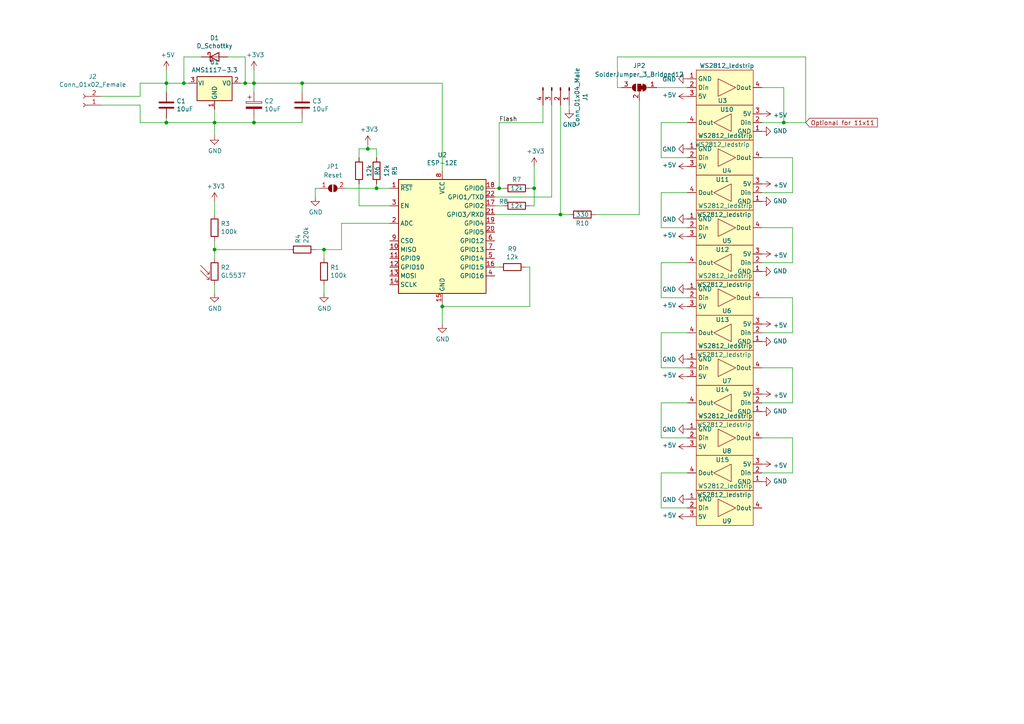
<source format=kicad_sch>
(kicad_sch (version 20211123) (generator eeschema)
  (paper "A4")
  (lib_symbols
    (symbol "Connector:Conn_01x02_Female" (pin_names (offset 1.016) hide)
      (property "Reference" "J" (at 0 2.54 0))
      (property "Value" "Conn_01x02_Female" (at 0 -5.08 0))
      (symbol "Conn_01x02_Female_1_1"
        (arc (start 0 -2.032) (mid -0.508 -2.54) (end 0 -3.048) (stroke (width 0.1524)))
        (polyline (pts (xy -1.27 -2.54) (xy -0.508 -2.54)) (stroke (width 0.1524)))
        (polyline (pts (xy -1.27 0) (xy -0.508 0)) (stroke (width 0.1524)))
        (arc (start 0 0.508) (mid -0.508 0) (end 0 -0.508) (stroke (width 0.1524)))
        (pin passive line (at -5.08 0 0) (length 3.81) (name "Pin_1") (number "1"))
        (pin passive line (at -5.08 -2.54 0) (length 3.81) (name "Pin_2") (number "2"))
      )
    )
    (symbol "Connector:Conn_01x04_Male" (pin_names (offset 1.016) hide)
      (property "Reference" "J" (at 0 5.08 0))
      (property "Value" "Conn_01x04_Male" (at 0 -7.62 0))
      (symbol "Conn_01x04_Male_1_1"
        (polyline (pts (xy 1.27 -5.08) (xy 0.8636 -5.08)) (stroke (width 0.1524)))
        (polyline (pts (xy 1.27 -2.54) (xy 0.8636 -2.54)) (stroke (width 0.1524)))
        (polyline (pts (xy 1.27 0) (xy 0.8636 0)) (stroke (width 0.1524)))
        (polyline (pts (xy 1.27 2.54) (xy 0.8636 2.54)) (stroke (width 0.1524)))
        (rectangle (start 0.8636 -4.953) (end 0 -5.207) (stroke (width 0.1524)) (fill (type outline)))
        (rectangle (start 0.8636 -2.413) (end 0 -2.667) (stroke (width 0.1524)) (fill (type outline)))
        (rectangle (start 0.8636 0.127) (end 0 -0.127) (stroke (width 0.1524)) (fill (type outline)))
        (rectangle (start 0.8636 2.667) (end 0 2.413) (stroke (width 0.1524)) (fill (type outline)))
        (pin passive line (at 5.08 2.54 180) (length 3.81) (name "Pin_1") (number "1"))
        (pin passive line (at 5.08 0 180) (length 3.81) (name "Pin_2") (number "2"))
        (pin passive line (at 5.08 -2.54 180) (length 3.81) (name "Pin_3") (number "3"))
        (pin passive line (at 5.08 -5.08 180) (length 3.81) (name "Pin_4") (number "4"))
      )
    )
    (symbol "Device:C" (pin_numbers hide) (pin_names (offset 0.254))
      (property "Reference" "C" (at 0.635 2.54 0))
      (property "Value" "C" (at 0.635 -2.54 0))
      (symbol "C_0_1"
        (polyline (pts (xy -2.032 -0.762) (xy 2.032 -0.762)) (stroke (width 0.508)))
        (polyline (pts (xy -2.032 0.762) (xy 2.032 0.762)) (stroke (width 0.508)))
      )
      (symbol "C_1_1"
        (pin passive line (at 0 3.81 270) (length 2.794) (name "~") (number "1"))
        (pin passive line (at 0 -3.81 90) (length 2.794) (name "~") (number "2"))
      )
    )
    (symbol "Device:CP" (pin_numbers hide) (pin_names (offset 0.254))
      (property "Reference" "C" (at 0.635 2.54 0))
      (property "Value" "Device_CP" (at 0.635 -2.54 0))
      (symbol "CP_0_1"
        (rectangle (start -2.286 0.508) (end 2.286 1.016))
        (polyline (pts (xy -1.778 2.286) (xy -0.762 2.286)))
        (polyline (pts (xy -1.27 2.794) (xy -1.27 1.778)))
        (rectangle (start 2.286 -0.508) (end -2.286 -1.016) (fill (type outline)))
      )
      (symbol "CP_1_1"
        (pin passive line (at 0 3.81 270) (length 2.794) (name "~") (number "1"))
        (pin passive line (at 0 -3.81 90) (length 2.794) (name "~") (number "2"))
      )
    )
    (symbol "Device:D_Schottky" (pin_numbers hide) (pin_names (offset 1.016) hide)
      (property "Reference" "D" (at 0 2.54 0))
      (property "Value" "D_Schottky" (at 0 -2.54 0))
      (symbol "D_Schottky_0_1"
        (polyline (pts (xy 1.27 0) (xy -1.27 0)))
        (polyline (pts (xy 1.27 1.27) (xy 1.27 -1.27) (xy -1.27 0) (xy 1.27 1.27)) (stroke (width 0.254)))
        (polyline (pts (xy -1.905 0.635) (xy -1.905 1.27) (xy -1.27 1.27) (xy -1.27 -1.27) (xy -0.635 -1.27) (xy -0.635 -0.635)) (stroke (width 0.254)))
      )
      (symbol "D_Schottky_1_1"
        (pin passive line (at -3.81 0 0) (length 2.54) (name "K") (number "1"))
        (pin passive line (at 3.81 0 180) (length 2.54) (name "A") (number "2"))
      )
    )
    (symbol "Device:R" (pin_numbers hide) (pin_names (offset 0))
      (property "Reference" "R" (at 2.032 0 90))
      (property "Value" "R" (at 0 0 90))
      (symbol "R_0_1"
        (rectangle (start -1.016 -2.54) (end 1.016 2.54) (stroke (width 0.254)))
      )
      (symbol "R_1_1"
        (pin passive line (at 0 3.81 270) (length 1.27) (name "~") (number "1"))
        (pin passive line (at 0 -3.81 90) (length 1.27) (name "~") (number "2"))
      )
    )
    (symbol "Jumper:SolderJumper_2_Open" (pin_names (offset 0) hide)
      (property "Reference" "JP" (at 0 2.032 0))
      (property "Value" "SolderJumper_2_Open" (at 0 -2.54 0))
      (symbol "SolderJumper_2_Open_0_1"
        (arc (start -0.254 1.016) (mid -1.27 0) (end -0.254 -1.016))
        (arc (start -0.254 1.016) (mid -1.27 0) (end -0.254 -1.016) (fill (type outline)))
        (polyline (pts (xy -0.254 1.016) (xy -0.254 -1.016)))
        (polyline (pts (xy 0.254 1.016) (xy 0.254 -1.016)))
        (arc (start 0.254 -1.016) (mid 1.27 0) (end 0.254 1.016))
        (arc (start 0.254 -1.016) (mid 1.27 0) (end 0.254 1.016) (fill (type outline)))
      )
      (symbol "SolderJumper_2_Open_1_1"
        (pin passive line (at -3.81 0 0) (length 2.54) (name "A") (number "1"))
        (pin passive line (at 3.81 0 180) (length 2.54) (name "B") (number "2"))
      )
    )
    (symbol "Jumper:SolderJumper_3_Bridged12" (pin_names (offset 0) hide)
      (property "Reference" "JP" (at -2.54 -2.54 0))
      (property "Value" "SolderJumper_3_Bridged12" (at 0 2.794 0))
      (symbol "SolderJumper_3_Bridged12_0_1"
        (rectangle (start -1.016 0.508) (end -0.508 -0.508) (fill (type outline)))
        (arc (start -1.016 1.016) (mid -2.032 0) (end -1.016 -1.016))
        (arc (start -1.016 1.016) (mid -2.032 0) (end -1.016 -1.016) (fill (type outline)))
        (rectangle (start -0.508 1.016) (end 0.508 -1.016) (fill (type outline)))
        (polyline (pts (xy -2.54 0) (xy -2.032 0)))
        (polyline (pts (xy -1.016 1.016) (xy -1.016 -1.016)))
        (polyline (pts (xy 0 -1.27) (xy 0 -1.016)))
        (polyline (pts (xy 1.016 1.016) (xy 1.016 -1.016)))
        (polyline (pts (xy 2.54 0) (xy 2.032 0)))
        (arc (start 1.016 -1.016) (mid 2.032 0) (end 1.016 1.016))
        (arc (start 1.016 -1.016) (mid 2.032 0) (end 1.016 1.016) (fill (type outline)))
      )
      (symbol "SolderJumper_3_Bridged12_1_1"
        (pin passive line (at -5.08 0 0) (length 2.54) (name "A") (number "1"))
        (pin input line (at 0 -3.81 90) (length 2.54) (name "C") (number "2"))
        (pin passive line (at 5.08 0 180) (length 2.54) (name "B") (number "3"))
      )
    )
    (symbol "RF_Module:ESP-12E"
      (property "Reference" "U" (at -12.7 19.05 0))
      (property "Value" "ESP-12E" (at 12.7 19.05 0))
      (symbol "ESP-12E_0_1"
        (rectangle (start -12.7 17.78) (end 12.7 -15.24) (stroke (width 0.254)) (fill (type background)))
      )
      (symbol "ESP-12E_1_1"
        (pin input line (at -15.24 15.24 0) (length 2.54) (name "~{RST}") (number "1"))
        (pin bidirectional line (at -15.24 -2.54 0) (length 2.54) (name "MISO") (number "10"))
        (pin bidirectional line (at -15.24 -5.08 0) (length 2.54) (name "GPIO9") (number "11"))
        (pin bidirectional line (at -15.24 -7.62 0) (length 2.54) (name "GPIO10") (number "12"))
        (pin bidirectional line (at -15.24 -10.16 0) (length 2.54) (name "MOSI") (number "13"))
        (pin bidirectional line (at -15.24 -12.7 0) (length 2.54) (name "SCLK") (number "14"))
        (pin power_in line (at 0 -17.78 90) (length 2.54) (name "GND") (number "15"))
        (pin bidirectional line (at 15.24 -7.62 180) (length 2.54) (name "GPIO15") (number "16"))
        (pin bidirectional line (at 15.24 10.16 180) (length 2.54) (name "GPIO2") (number "17"))
        (pin bidirectional line (at 15.24 15.24 180) (length 2.54) (name "GPIO0") (number "18"))
        (pin bidirectional line (at 15.24 5.08 180) (length 2.54) (name "GPIO4") (number "19"))
        (pin input line (at -15.24 5.08 0) (length 2.54) (name "ADC") (number "2"))
        (pin bidirectional line (at 15.24 2.54 180) (length 2.54) (name "GPIO5") (number "20"))
        (pin bidirectional line (at 15.24 7.62 180) (length 2.54) (name "GPIO3/RXD") (number "21"))
        (pin bidirectional line (at 15.24 12.7 180) (length 2.54) (name "GPIO1/TXD") (number "22"))
        (pin input line (at -15.24 10.16 0) (length 2.54) (name "EN") (number "3"))
        (pin bidirectional line (at 15.24 -10.16 180) (length 2.54) (name "GPIO16") (number "4"))
        (pin bidirectional line (at 15.24 -5.08 180) (length 2.54) (name "GPIO14") (number "5"))
        (pin bidirectional line (at 15.24 0 180) (length 2.54) (name "GPIO12") (number "6"))
        (pin bidirectional line (at 15.24 -2.54 180) (length 2.54) (name "GPIO13") (number "7"))
        (pin power_in line (at 0 20.32 270) (length 2.54) (name "VCC") (number "8"))
        (pin input line (at -15.24 0 0) (length 2.54) (name "CS0") (number "9"))
      )
    )
    (symbol "Regulator_Linear:AMS1117-3.3" (pin_names (offset 0.254))
      (property "Reference" "U" (at -3.81 3.175 0))
      (property "Value" "AMS1117-3.3" (at 0 3.175 0))
      (symbol "AMS1117-3.3_0_1"
        (rectangle (start -5.08 -5.08) (end 5.08 1.905) (stroke (width 0.254)) (fill (type background)))
      )
      (symbol "AMS1117-3.3_1_1"
        (pin power_in line (at 0 -7.62 90) (length 2.54) (name "GND") (number "1"))
        (pin power_out line (at 7.62 0 180) (length 2.54) (name "VO") (number "2"))
        (pin power_in line (at -7.62 0 0) (length 2.54) (name "VI") (number "3"))
      )
    )
    (symbol "Sensor_Optical:LDR03" (pin_numbers hide) (pin_names (offset 0))
      (property "Reference" "R" (at -5.08 0 90))
      (property "Value" "LDR03" (at 1.905 0 90))
      (symbol "LDR03_0_1"
        (rectangle (start -1.016 2.54) (end 1.016 -2.54) (stroke (width 0.254)))
        (polyline (pts (xy -1.524 -2.286) (xy -4.064 0.254)))
        (polyline (pts (xy -1.524 -2.286) (xy -2.286 -2.286)))
        (polyline (pts (xy -1.524 -2.286) (xy -1.524 -1.524)))
        (polyline (pts (xy -1.524 -0.762) (xy -4.064 1.778)))
        (polyline (pts (xy -1.524 -0.762) (xy -2.286 -0.762)))
        (polyline (pts (xy -1.524 -0.762) (xy -1.524 0)))
      )
      (symbol "LDR03_1_1"
        (pin passive line (at 0 3.81 270) (length 1.27) (name "~") (number "1"))
        (pin passive line (at 0 -3.81 90) (length 1.27) (name "~") (number "2"))
      )
    )
    (symbol "power:+3V3" (power) (pin_names (offset 0))
      (property "Value" "+3V3" (at 0 3.556 0))
      (symbol "+3V3_0_1"
        (polyline (pts (xy -0.762 1.27) (xy 0 2.54)))
        (polyline (pts (xy 0 0) (xy 0 2.54)))
        (polyline (pts (xy 0 2.54) (xy 0.762 1.27)))
      )
      (symbol "+3V3_1_1"
        (pin power_in line (at 0 0 90) (length 0) hide (name "+3V3") (number "1"))
      )
    )
    (symbol "power:+5V" (power) (pin_names (offset 0))
      (property "Value" "+5V" (at 0 3.556 0))
      (symbol "+5V_0_1"
        (polyline (pts (xy -0.762 1.27) (xy 0 2.54)))
        (polyline (pts (xy 0 0) (xy 0 2.54)))
        (polyline (pts (xy 0 2.54) (xy 0.762 1.27)))
      )
      (symbol "+5V_1_1"
        (pin power_in line (at 0 0 90) (length 0) hide (name "+5V") (number "1"))
      )
    )
    (symbol "power:GND" (power) (pin_names (offset 0))
      (property "Value" "GND" (at 0 -3.81 0))
      (symbol "GND_0_1"
        (polyline (pts (xy 0 0) (xy 0 -1.27) (xy 1.27 -1.27) (xy 0 -2.54) (xy -1.27 -1.27) (xy 0 -1.27)))
      )
      (symbol "GND_1_1"
        (pin power_in line (at 0 0 270) (length 0) hide (name "GND") (number "1"))
      )
    )
    (symbol "woordklok_symbol:WS2812_ledstrip"
      (property "Reference" "U" (at 1.27 -3.81 0))
      (property "Value" "WS2812_ledstrip" (at 0.8 6.35 0))
      (symbol "WS2812_ledstrip_0_1"
        (rectangle (start -7.62 5.08) (end 8.89 -5.08) (fill (type background)))
        (polyline (pts (xy -1.27 2.54) (xy 3.81 0)))
        (polyline (pts (xy -1.27 2.54) (xy -1.27 -2.54) (xy 3.81 0)))
      )
      (symbol "WS2812_ledstrip_1_1"
        (pin input line (at -10.16 2.54 0) (length 2.54) (name "GND") (number "1"))
        (pin input line (at -10.16 0 0) (length 2.54) (name "Din") (number "2"))
        (pin input line (at -10.16 -2.54 0) (length 2.54) (name "5V") (number "3"))
        (pin output line (at 11.43 0 180) (length 2.54) (name "Dout") (number "4"))
      )
    )
  )
  (junction (at 87.63 24.13))
  (junction (at 106.68 43.18))
  (junction (at 227.33 35.56))
  (junction (at 53.34 24.13))
  (junction (at 48.26 24.13))
  (junction (at 128.27 88.9))
  (junction (at 48.26 35.56))
  (junction (at 144.78 54.61))
  (junction (at 93.98 72.39))
  (junction (at 73.66 35.56))
  (junction (at 154.94 54.61))
  (junction (at 62.23 72.39))
  (junction (at 109.22 54.61))
  (junction (at 71.12 24.13))
  (junction (at 162.56 62.23))
  (junction (at 73.66 24.13))
  (junction (at 62.23 35.56))
  (wire (pts (xy 71.12 16.51) (xy 71.12 24.13)))
  (wire (pts (xy 185.42 29.21) (xy 185.42 62.23)))
  (wire (pts (xy 220.98 106.68) (xy 229.87 106.68)))
  (wire (pts (xy 91.44 54.61) (xy 91.44 57.15)))
  (wire (pts (xy 179.07 25.4) (xy 179.07 16.51)))
  (wire (pts (xy 143.51 59.69) (xy 146.05 59.69)))
  (wire (pts (xy 99.06 72.39) (xy 99.06 64.77)))
  (wire (pts (xy 40.64 35.56) (xy 48.26 35.56)))
  (wire (pts (xy 199.39 76.2) (xy 191.77 76.2)))
  (wire (pts (xy 199.39 96.52) (xy 191.77 96.52)))
  (wire (pts (xy 62.23 62.23) (xy 62.23 58.42)))
  (wire (pts (xy 73.66 24.13) (xy 87.63 24.13)))
  (wire (pts (xy 66.04 16.51) (xy 71.12 16.51)))
  (wire (pts (xy 53.34 16.51) (xy 53.34 24.13)))
  (wire (pts (xy 128.27 24.13) (xy 128.27 49.53)))
  (wire (pts (xy 233.68 16.51) (xy 233.68 35.56)))
  (wire (pts (xy 87.63 24.13) (xy 128.27 24.13)))
  (wire (pts (xy 29.21 27.94) (xy 40.64 27.94)))
  (wire (pts (xy 93.98 85.09) (xy 93.98 82.55)))
  (wire (pts (xy 128.27 88.9) (xy 128.27 93.98)))
  (wire (pts (xy 48.26 26.67) (xy 48.26 24.13)))
  (wire (pts (xy 199.39 66.04) (xy 191.77 66.04)))
  (wire (pts (xy 220.98 66.04) (xy 229.87 66.04)))
  (wire (pts (xy 62.23 85.09) (xy 62.23 82.55)))
  (wire (pts (xy 165.1 62.23) (xy 162.56 62.23)))
  (wire (pts (xy 199.39 35.56) (xy 191.77 35.56)))
  (wire (pts (xy 29.21 30.48) (xy 40.64 30.48)))
  (wire (pts (xy 109.22 54.61) (xy 113.03 54.61)))
  (wire (pts (xy 73.66 35.56) (xy 62.23 35.56)))
  (wire (pts (xy 62.23 35.56) (xy 62.23 39.37)))
  (wire (pts (xy 220.98 127) (xy 229.87 127)))
  (wire (pts (xy 154.94 54.61) (xy 153.67 54.61)))
  (wire (pts (xy 229.87 137.16) (xy 220.98 137.16)))
  (wire (pts (xy 191.77 45.72) (xy 191.77 35.56)))
  (wire (pts (xy 191.77 96.52) (xy 191.77 106.68)))
  (wire (pts (xy 73.66 26.67) (xy 73.66 24.13)))
  (wire (pts (xy 191.77 137.16) (xy 191.77 147.32)))
  (wire (pts (xy 229.87 86.36) (xy 229.87 96.52)))
  (wire (pts (xy 220.98 25.4) (xy 227.33 25.4)))
  (wire (pts (xy 106.68 41.91) (xy 106.68 43.18)))
  (wire (pts (xy 191.77 147.32) (xy 199.39 147.32)))
  (wire (pts (xy 146.05 54.61) (xy 144.78 54.61)))
  (wire (pts (xy 191.77 86.36) (xy 199.39 86.36)))
  (wire (pts (xy 62.23 69.85) (xy 62.23 72.39)))
  (wire (pts (xy 87.63 34.29) (xy 87.63 35.56)))
  (wire (pts (xy 40.64 24.13) (xy 48.26 24.13)))
  (wire (pts (xy 229.87 66.04) (xy 229.87 76.2)))
  (wire (pts (xy 93.98 72.39) (xy 99.06 72.39)))
  (wire (pts (xy 144.78 54.61) (xy 144.78 35.56)))
  (wire (pts (xy 104.14 43.18) (xy 106.68 43.18)))
  (wire (pts (xy 162.56 30.48) (xy 162.56 62.23)))
  (wire (pts (xy 73.66 20.32) (xy 73.66 24.13)))
  (wire (pts (xy 87.63 26.67) (xy 87.63 24.13)))
  (wire (pts (xy 109.22 45.72) (xy 109.22 43.18)))
  (wire (pts (xy 40.64 30.48) (xy 40.64 35.56)))
  (wire (pts (xy 73.66 34.29) (xy 73.66 35.56)))
  (wire (pts (xy 220.98 96.52) (xy 229.87 96.52)))
  (wire (pts (xy 128.27 87.63) (xy 128.27 88.9)))
  (wire (pts (xy 154.94 48.26) (xy 154.94 54.61)))
  (wire (pts (xy 91.44 72.39) (xy 93.98 72.39)))
  (wire (pts (xy 48.26 34.29) (xy 48.26 35.56)))
  (wire (pts (xy 113.03 59.69) (xy 104.14 59.69)))
  (wire (pts (xy 104.14 45.72) (xy 104.14 43.18)))
  (wire (pts (xy 93.98 74.93) (xy 93.98 72.39)))
  (wire (pts (xy 229.87 45.72) (xy 229.87 55.88)))
  (wire (pts (xy 191.77 106.68) (xy 199.39 106.68)))
  (wire (pts (xy 69.85 24.13) (xy 71.12 24.13)))
  (wire (pts (xy 199.39 116.84) (xy 191.77 116.84)))
  (wire (pts (xy 109.22 53.34) (xy 109.22 54.61)))
  (wire (pts (xy 190.5 25.4) (xy 199.39 25.4)))
  (wire (pts (xy 233.68 35.56) (xy 227.33 35.56)))
  (wire (pts (xy 99.06 64.77) (xy 113.03 64.77)))
  (wire (pts (xy 48.26 35.56) (xy 62.23 35.56)))
  (wire (pts (xy 144.78 35.56) (xy 157.48 35.56)))
  (wire (pts (xy 199.39 45.72) (xy 191.77 45.72)))
  (wire (pts (xy 100.33 54.61) (xy 109.22 54.61)))
  (wire (pts (xy 143.51 57.15) (xy 160.02 57.15)))
  (wire (pts (xy 62.23 74.93) (xy 62.23 72.39)))
  (wire (pts (xy 48.26 24.13) (xy 53.34 24.13)))
  (wire (pts (xy 144.78 77.47) (xy 143.51 77.47)))
  (wire (pts (xy 199.39 137.16) (xy 191.77 137.16)))
  (wire (pts (xy 144.78 54.61) (xy 143.51 54.61)))
  (wire (pts (xy 104.14 59.69) (xy 104.14 53.34)))
  (wire (pts (xy 153.67 77.47) (xy 153.67 88.9)))
  (wire (pts (xy 153.67 88.9) (xy 128.27 88.9)))
  (wire (pts (xy 152.4 77.47) (xy 153.67 77.47)))
  (wire (pts (xy 229.87 106.68) (xy 229.87 116.84)))
  (wire (pts (xy 179.07 16.51) (xy 233.68 16.51)))
  (wire (pts (xy 92.71 54.61) (xy 91.44 54.61)))
  (wire (pts (xy 229.87 127) (xy 229.87 137.16)))
  (wire (pts (xy 227.33 25.4) (xy 227.33 35.56)))
  (wire (pts (xy 71.12 24.13) (xy 73.66 24.13)))
  (wire (pts (xy 191.77 55.88) (xy 191.77 66.04)))
  (wire (pts (xy 106.68 43.18) (xy 109.22 43.18)))
  (wire (pts (xy 165.1 30.48) (xy 165.1 31.75)))
  (wire (pts (xy 53.34 24.13) (xy 54.61 24.13)))
  (wire (pts (xy 172.72 62.23) (xy 185.42 62.23)))
  (wire (pts (xy 191.77 76.2) (xy 191.77 86.36)))
  (wire (pts (xy 87.63 35.56) (xy 73.66 35.56)))
  (wire (pts (xy 48.26 24.13) (xy 48.26 20.32)))
  (wire (pts (xy 113.03 72.39) (xy 115.57 72.39)))
  (wire (pts (xy 191.77 116.84) (xy 191.77 127)))
  (wire (pts (xy 220.98 86.36) (xy 229.87 86.36)))
  (wire (pts (xy 229.87 55.88) (xy 220.98 55.88)))
  (wire (pts (xy 229.87 116.84) (xy 220.98 116.84)))
  (wire (pts (xy 160.02 30.48) (xy 160.02 57.15)))
  (wire (pts (xy 40.64 27.94) (xy 40.64 24.13)))
  (wire (pts (xy 154.94 59.69) (xy 154.94 54.61)))
  (wire (pts (xy 58.42 16.51) (xy 53.34 16.51)))
  (wire (pts (xy 199.39 55.88) (xy 191.77 55.88)))
  (wire (pts (xy 220.98 35.56) (xy 227.33 35.56)))
  (wire (pts (xy 143.51 62.23) (xy 162.56 62.23)))
  (wire (pts (xy 220.98 45.72) (xy 229.87 45.72)))
  (wire (pts (xy 154.94 59.69) (xy 153.67 59.69)))
  (wire (pts (xy 157.48 30.48) (xy 157.48 35.56)))
  (wire (pts (xy 180.34 25.4) (xy 179.07 25.4)))
  (wire (pts (xy 191.77 127) (xy 199.39 127)))
  (wire (pts (xy 62.23 31.75) (xy 62.23 35.56)))
  (wire (pts (xy 62.23 72.39) (xy 83.82 72.39)))
  (wire (pts (xy 229.87 76.2) (xy 220.98 76.2)))
  (label "Flash" (at 144.78 35.56 0))
  (global_label "Optional for 11x11" (shape input) (at 233.68 35.56 0) (property "Intersheet References" "${INTERSHEET_REFS}" (effects hide)))
  (symbol (lib_id "Regulator_Linear:AMS1117-3.3") (at 62.23 24.13 0) (unit 1)
    (property "Reference" "U1" (at 62.23 17.9832 0))
    (property "Value" "AMS1117-3.3" (at 62.23 20.2946 0))
    (property "Footprint" "Package_TO_SOT_SMD:SOT-223-3_TabPin2" (effects hide))
    (property "Datasheet" "http://www.advanced-monolithic.com/pdf/ds1117.pdf" (effects hide))
  )
  (symbol (lib_id "Device:R") (at 93.98 78.74 0) (unit 1)
    (property "Reference" "R1" (at 95.758 77.5716 0) (effects (justify left)))
    (property "Value" "100k" (at 95.758 79.883 0) (effects (justify left)))
    (property "Footprint" "Resistor_SMD:R_0805_2012Metric_Pad1.20x1.40mm_HandSolder" (effects hide))
  )
  (symbol (lib_id "Device:R") (at 62.23 66.04 0) (unit 1)
    (property "Reference" "R3" (at 64.008 64.8716 0) (effects (justify left)))
    (property "Value" "100k" (at 64.008 67.183 0) (effects (justify left)))
    (property "Footprint" "Resistor_SMD:R_0805_2012Metric_Pad1.20x1.40mm_HandSolder" (effects hide))
  )
  (symbol (lib_id "Sensor_Optical:LDR03") (at 62.23 78.74 0) (unit 1)
    (property "Reference" "R2" (at 64.008 77.5716 0) (effects (justify left)))
    (property "Value" "GL5537" (at 64.008 79.883 0) (effects (justify left)))
    (property "Footprint" "OptoDevice:R_LDR_5.0x4.1mm_P3mm_Vertical" (effects hide))
    (property "Datasheet" "http://www.elektronica-componenten.nl/WebRoot/StoreNL/Shops/61422969/54F1/BA0C/C664/31B9/2173/C0A8/2AB9/2AEF/LDR03IMP.pdf" (effects hide))
  )
  (symbol (lib_id "power:GND") (at 62.23 39.37 0) (unit 1)
    (property "Reference" "#PWR0101" (effects hide))
    (property "Value" "GND" (at 62.357 43.7642 0))
  )
  (symbol (lib_id "power:GND") (at 128.27 93.98 0) (unit 1)
    (property "Reference" "#PWR0102" (effects hide))
    (property "Value" "GND" (at 128.397 98.3742 0))
  )
  (symbol (lib_id "RF_Module:ESP-12E") (at 128.27 69.85 0) (unit 1)
    (property "Reference" "U2" (at 128.27 44.9326 0))
    (property "Value" "ESP-12E" (at 128.27 47.244 0))
    (property "Footprint" "RF_Module:ESP-12E" (effects hide))
    (property "Datasheet" "http://wiki.ai-thinker.com/_media/esp8266/esp8266_series_modules_user_manual_v1.1.pdf" (effects hide))
  )
  (symbol (lib_id "Connector:Conn_01x04_Male") (at 162.56 25.4 270) (unit 1)
    (property "Reference" "J1" (at 169.6974 28.1432 0))
    (property "Value" "Conn_01x04_Male" (at 167.386 28.1432 0))
    (property "Footprint" "Connector_PinHeader_2.54mm:PinHeader_1x04_P2.54mm_Vertical" (effects hide))
  )
  (symbol (lib_id "Device:C") (at 48.26 30.48 0) (unit 1)
    (property "Reference" "C1" (at 51.181 29.3116 0) (effects (justify left)))
    (property "Value" "10uF" (at 51.181 31.623 0) (effects (justify left)))
    (property "Footprint" "Capacitor_SMD:C_0805_2012Metric_Pad1.18x1.45mm_HandSolder" (effects hide))
  )
  (symbol (lib_id "Device:CP") (at 73.66 30.48 0) (unit 1)
    (property "Reference" "C2" (at 76.6572 29.3116 0) (effects (justify left)))
    (property "Value" "10uF" (at 76.6572 31.623 0) (effects (justify left)))
    (property "Footprint" "Capacitor_SMD:CP_Elec_6.3x5.4" (effects hide))
  )
  (symbol (lib_id "Connector:Conn_01x02_Female") (at 24.13 30.48 180) (unit 1)
    (property "Reference" "J2" (at 26.8732 22.225 0))
    (property "Value" "Conn_01x02_Female" (at 26.8732 24.5364 0))
    (property "Footprint" "Connector_BarrelJack:BarrelJack_CLIFF_FC681465S_SMT_Horizontal" (effects hide))
  )
  (symbol (lib_id "power:+5V") (at 48.26 20.32 0) (unit 1)
    (property "Reference" "#PWR0103" (effects hide))
    (property "Value" "+5V" (at 48.641 15.9258 0))
  )
  (symbol (lib_id "Device:C") (at 87.63 30.48 0) (unit 1)
    (property "Reference" "C3" (at 90.551 29.3116 0) (effects (justify left)))
    (property "Value" "10uF" (at 90.551 31.623 0) (effects (justify left)))
    (property "Footprint" "Capacitor_SMD:C_0805_2012Metric_Pad1.18x1.45mm_HandSolder" (effects hide))
  )
  (symbol (lib_id "power:+5V") (at 199.39 27.94 90) (unit 1)
    (property "Reference" "#PWR0106" (effects hide))
    (property "Value" "+5V" (at 196.1388 27.559 90) (effects (justify left)))
  )
  (symbol (lib_id "power:GND") (at 199.39 22.86 270) (unit 1)
    (property "Reference" "#PWR0107" (effects hide))
    (property "Value" "GND" (at 196.1388 22.987 90) (effects (justify right)))
  )
  (symbol (lib_id "woordklok_symbol:WS2812_ledstrip") (at 209.55 45.72 0) (unit 1)
    (property "Reference" "U4" (at 210.82 49.53 0))
    (property "Value" "WS2812_ledstrip" (at 210.35 39.37 0))
    (property "Footprint" "woordklok_footprint:WS2812_ledstrip_30leds_meter" (effects hide))
  )
  (symbol (lib_id "woordklok_symbol:WS2812_ledstrip") (at 210.82 55.88 180) (unit 1)
    (property "Reference" "U11" (at 209.55 52.07 0))
    (property "Value" "WS2812_ledstrip" (at 210.02 62.23 0))
    (property "Footprint" "woordklok_footprint:WS2812_ledstrip_30leds_meter" (effects hide))
  )
  (symbol (lib_id "woordklok_symbol:WS2812_ledstrip") (at 209.55 66.04 0) (unit 1)
    (property "Reference" "U5" (at 210.82 69.85 0))
    (property "Value" "WS2812_ledstrip" (at 210.35 59.69 0))
    (property "Footprint" "woordklok_footprint:WS2812_ledstrip_30leds_meter" (effects hide))
  )
  (symbol (lib_id "woordklok_symbol:WS2812_ledstrip") (at 210.82 76.2 180) (unit 1)
    (property "Reference" "U12" (at 209.55 72.39 0))
    (property "Value" "WS2812_ledstrip" (at 210.02 82.55 0))
    (property "Footprint" "woordklok_footprint:WS2812_ledstrip_30leds_meter" (effects hide))
  )
  (symbol (lib_id "woordklok_symbol:WS2812_ledstrip") (at 209.55 86.36 0) (unit 1)
    (property "Reference" "U6" (at 210.82 90.17 0))
    (property "Value" "WS2812_ledstrip" (at 210.35 80.01 0))
    (property "Footprint" "woordklok_footprint:WS2812_ledstrip_30leds_meter" (effects hide))
  )
  (symbol (lib_id "woordklok_symbol:WS2812_ledstrip") (at 210.82 96.52 180) (unit 1)
    (property "Reference" "U13" (at 209.55 92.71 0))
    (property "Value" "WS2812_ledstrip" (at 210.02 102.87 0))
    (property "Footprint" "woordklok_footprint:WS2812_ledstrip_30leds_meter" (effects hide))
  )
  (symbol (lib_id "woordklok_symbol:WS2812_ledstrip") (at 209.55 106.68 0) (unit 1)
    (property "Reference" "U7" (at 210.82 110.49 0))
    (property "Value" "WS2812_ledstrip" (at 210.35 100.33 0))
    (property "Footprint" "woordklok_footprint:WS2812_ledstrip_30leds_meter" (effects hide))
  )
  (symbol (lib_id "woordklok_symbol:WS2812_ledstrip") (at 210.82 116.84 180) (unit 1)
    (property "Reference" "U14" (at 209.55 113.03 0))
    (property "Value" "WS2812_ledstrip" (at 210.02 123.19 0))
    (property "Footprint" "woordklok_footprint:WS2812_ledstrip_30leds_meter" (effects hide))
  )
  (symbol (lib_id "woordklok_symbol:WS2812_ledstrip") (at 209.55 127 0) (unit 1)
    (property "Reference" "U8" (at 210.82 130.81 0))
    (property "Value" "WS2812_ledstrip" (at 210.35 120.65 0))
    (property "Footprint" "woordklok_footprint:WS2812_ledstrip_30leds_meter" (effects hide))
  )
  (symbol (lib_id "woordklok_symbol:WS2812_ledstrip") (at 210.82 137.16 180) (unit 1)
    (property "Reference" "U15" (at 209.55 133.35 0))
    (property "Value" "WS2812_ledstrip" (at 210.02 143.51 0))
    (property "Footprint" "woordklok_footprint:WS2812_ledstrip_30leds_meter" (effects hide))
  )
  (symbol (lib_id "woordklok_symbol:WS2812_ledstrip") (at 209.55 147.32 0) (unit 1)
    (property "Reference" "U9" (at 210.82 151.13 0))
    (property "Value" "WS2812_ledstrip" (at 210.35 140.97 0))
    (property "Footprint" "woordklok_footprint:WS2812_ledstrip_30leds_meter" (effects hide))
  )
  (symbol (lib_id "power:+3V3") (at 73.66 20.32 0) (unit 1)
    (property "Reference" "#PWR0130" (effects hide))
    (property "Value" "+3V3" (at 74.041 15.9258 0))
  )
  (symbol (lib_id "power:+3V3") (at 106.68 41.91 0) (unit 1)
    (property "Reference" "#PWR0131" (effects hide))
    (property "Value" "+3V3" (at 107.061 37.5158 0))
  )
  (symbol (lib_id "Device:R") (at 109.22 49.53 180) (unit 1)
    (property "Reference" "R5" (at 114.4778 49.53 90))
    (property "Value" "12k" (at 112.1664 49.53 90))
    (property "Footprint" "Resistor_SMD:R_0805_2012Metric_Pad1.20x1.40mm_HandSolder" (effects hide))
  )
  (symbol (lib_id "Device:R") (at 104.14 49.53 180) (unit 1)
    (property "Reference" "R6" (at 109.3978 49.53 90))
    (property "Value" "12k" (at 107.0864 49.53 90))
    (property "Footprint" "Resistor_SMD:R_0805_2012Metric_Pad1.20x1.40mm_HandSolder" (effects hide))
  )
  (symbol (lib_id "Device:R") (at 149.86 54.61 270) (unit 1)
    (property "Reference" "R7" (at 149.86 52.07 90))
    (property "Value" "12k" (at 149.86 54.61 90))
    (property "Footprint" "Resistor_SMD:R_0805_2012Metric_Pad1.20x1.40mm_HandSolder" (effects hide))
  )
  (symbol (lib_id "Device:R") (at 149.86 59.69 270) (unit 1)
    (property "Reference" "R8" (at 146.05 58.42 90))
    (property "Value" "12k" (at 149.86 59.69 90))
    (property "Footprint" "Resistor_SMD:R_0805_2012Metric_Pad1.20x1.40mm_HandSolder" (effects hide))
  )
  (symbol (lib_id "power:+3V3") (at 154.94 48.26 0) (unit 1)
    (property "Reference" "#PWR0132" (effects hide))
    (property "Value" "+3V3" (at 155.321 43.8658 0))
  )
  (symbol (lib_id "power:GND") (at 165.1 31.75 0) (unit 1)
    (property "Reference" "#PWR0133" (effects hide))
    (property "Value" "GND" (at 165.227 36.1442 0))
  )
  (symbol (lib_id "Device:R") (at 148.59 77.47 270) (unit 1)
    (property "Reference" "R9" (at 148.59 72.2122 90))
    (property "Value" "12k" (at 148.59 74.5236 90))
    (property "Footprint" "Resistor_SMD:R_0805_2012Metric_Pad1.20x1.40mm_HandSolder" (effects hide))
  )
  (symbol (lib_id "Device:D_Schottky") (at 62.23 16.51 0) (unit 1)
    (property "Reference" "D1" (at 62.23 10.9982 0))
    (property "Value" "D_Schottky" (at 62.23 13.3096 0))
    (property "Footprint" "Diode_SMD:D_0805_2012Metric_Pad1.15x1.40mm_HandSolder" (effects hide))
  )
  (symbol (lib_id "power:+3V3") (at 62.23 58.42 0) (unit 1)
    (property "Reference" "#PWR0134" (effects hide))
    (property "Value" "+3V3" (at 62.611 54.0258 0))
  )
  (symbol (lib_id "power:GND") (at 62.23 85.09 0) (unit 1)
    (property "Reference" "#PWR0135" (effects hide))
    (property "Value" "GND" (at 62.357 89.4842 0))
  )
  (symbol (lib_id "Device:R") (at 87.63 72.39 90) (unit 1)
    (property "Reference" "R4" (at 86.4616 70.612 0) (effects (justify left)))
    (property "Value" "220k" (at 88.773 70.612 0) (effects (justify left)))
    (property "Footprint" "Resistor_SMD:R_0805_2012Metric_Pad1.20x1.40mm_HandSolder" (effects hide))
  )
  (symbol (lib_id "power:GND") (at 93.98 85.09 0) (unit 1)
    (property "Reference" "#PWR0136" (effects hide))
    (property "Value" "GND" (at 94.107 89.4842 0))
  )
  (symbol (lib_id "power:GND") (at 220.98 58.42 90) (unit 1)
    (property "Reference" "#PWR0122" (effects hide))
    (property "Value" "GND" (at 224.2312 58.293 90) (effects (justify right)))
  )
  (symbol (lib_id "Device:R") (at 168.91 62.23 270) (unit 1)
    (property "Reference" "R10" (at 168.91 64.77 90))
    (property "Value" "330" (at 168.91 62.23 90))
    (property "Footprint" "Resistor_SMD:R_0805_2012Metric_Pad1.20x1.40mm_HandSolder" (effects hide))
  )
  (symbol (lib_id "woordklok_symbol:WS2812_ledstrip") (at 209.55 25.4 0) (unit 1)
    (property "Reference" "U3" (at 209.55 29.21 0))
    (property "Value" "WS2812_ledstrip" (at 210.82 19.05 0))
    (property "Footprint" "woordklok_footprint:WS2812_ledstrip_30leds_meter" (effects hide))
  )
  (symbol (lib_id "power:+5V") (at 199.39 109.22 90) (unit 1)
    (property "Reference" "#PWR0104" (effects hide))
    (property "Value" "+5V" (at 196.1388 108.839 90) (effects (justify left)))
  )
  (symbol (lib_id "power:GND") (at 220.98 99.06 90) (unit 1)
    (property "Reference" "#PWR0112" (effects hide))
    (property "Value" "GND" (at 224.2312 98.933 90) (effects (justify right)))
  )
  (symbol (lib_id "power:GND") (at 220.98 78.74 90) (unit 1)
    (property "Reference" "#PWR0119" (effects hide))
    (property "Value" "GND" (at 224.2312 78.613 90) (effects (justify right)))
  )
  (symbol (lib_id "power:GND") (at 199.39 104.14 270) (unit 1)
    (property "Reference" "#PWR0105" (effects hide))
    (property "Value" "GND" (at 196.1388 104.267 90) (effects (justify right)))
  )
  (symbol (lib_id "power:+5V") (at 220.98 93.98 270) (unit 1)
    (property "Reference" "#PWR0113" (effects hide))
    (property "Value" "+5V" (at 224.2312 94.361 90) (effects (justify left)))
  )
  (symbol (lib_id "power:+5V") (at 199.39 129.54 90) (unit 1)
    (property "Reference" "#PWR0111" (effects hide))
    (property "Value" "+5V" (at 196.1388 129.159 90) (effects (justify left)))
  )
  (symbol (lib_id "power:+5V") (at 220.98 33.02 270) (unit 1)
    (property "Reference" "#PWR0120" (effects hide))
    (property "Value" "+5V" (at 224.2312 33.401 90) (effects (justify left)))
  )
  (symbol (lib_id "power:GND") (at 91.44 57.15 0) (unit 1)
    (property "Reference" "#PWR0137" (effects hide))
    (property "Value" "GND" (at 91.567 61.5442 0))
  )
  (symbol (lib_id "power:GND") (at 220.98 139.7 90) (unit 1)
    (property "Reference" "#PWR0117" (effects hide))
    (property "Value" "GND" (at 224.2312 139.573 90) (effects (justify right)))
  )
  (symbol (lib_id "power:GND") (at 199.39 83.82 270) (unit 1)
    (property "Reference" "#PWR0126" (effects hide))
    (property "Value" "GND" (at 196.1388 83.947 90) (effects (justify right)))
  )
  (symbol (lib_id "power:+5V") (at 220.98 73.66 270) (unit 1)
    (property "Reference" "#PWR0118" (effects hide))
    (property "Value" "+5V" (at 224.2312 74.041 90) (effects (justify left)))
  )
  (symbol (lib_id "power:GND") (at 199.39 144.78 270) (unit 1)
    (property "Reference" "#PWR0108" (effects hide))
    (property "Value" "GND" (at 196.1388 144.907 90) (effects (justify right)))
  )
  (symbol (lib_id "power:GND") (at 220.98 38.1 90) (unit 1)
    (property "Reference" "#PWR0121" (effects hide))
    (property "Value" "GND" (at 224.2312 37.973 90) (effects (justify right)))
  )
  (symbol (lib_id "Jumper:SolderJumper_3_Bridged12") (at 185.42 25.4 0) (mirror y) (unit 1)
    (property "Reference" "JP2" (at 185.42 19.05 0))
    (property "Value" "SolderJumper_3_Bridged12" (at 185.42 21.59 0))
    (property "Footprint" "Jumper:SolderJumper-3_P1.3mm_Bridged12_RoundedPad1.0x1.5mm" (effects hide))
  )
  (symbol (lib_id "power:+5V") (at 220.98 134.62 270) (unit 1)
    (property "Reference" "#PWR0116" (effects hide))
    (property "Value" "+5V" (at 224.2312 135.001 90) (effects (justify left)))
  )
  (symbol (lib_id "power:+5V") (at 199.39 88.9 90) (unit 1)
    (property "Reference" "#PWR0127" (effects hide))
    (property "Value" "+5V" (at 196.1388 88.519 90) (effects (justify left)))
  )
  (symbol (lib_id "woordklok_symbol:WS2812_ledstrip") (at 210.82 35.56 180) (unit 1)
    (property "Reference" "U10" (at 210.82 31.75 0))
    (property "Value" "WS2812_ledstrip" (at 209.55 41.91 0))
    (property "Footprint" "woordklok_footprint:WS2812_ledstrip_30leds_meter" (effects hide))
  )
  (symbol (lib_id "power:+5V") (at 220.98 53.34 270) (unit 1)
    (property "Reference" "#PWR0123" (effects hide))
    (property "Value" "+5V" (at 224.2312 53.721 90) (effects (justify left)))
  )
  (symbol (lib_id "power:+5V") (at 220.98 114.3 270) (unit 1)
    (property "Reference" "#PWR0114" (effects hide))
    (property "Value" "+5V" (at 224.2312 114.681 90) (effects (justify left)))
  )
  (symbol (lib_id "power:+5V") (at 199.39 48.26 90) (unit 1)
    (property "Reference" "#PWR0129" (effects hide))
    (property "Value" "+5V" (at 196.1388 47.879 90) (effects (justify left)))
  )
  (symbol (lib_id "power:+5V") (at 199.39 149.86 90) (unit 1)
    (property "Reference" "#PWR0109" (effects hide))
    (property "Value" "+5V" (at 196.1388 149.479 90) (effects (justify left)))
  )
  (symbol (lib_id "power:+5V") (at 199.39 68.58 90) (unit 1)
    (property "Reference" "#PWR0124" (effects hide))
    (property "Value" "+5V" (at 196.1388 68.199 90) (effects (justify left)))
  )
  (symbol (lib_id "power:GND") (at 199.39 63.5 270) (unit 1)
    (property "Reference" "#PWR0125" (effects hide))
    (property "Value" "GND" (at 196.1388 63.627 90) (effects (justify right)))
  )
  (symbol (lib_id "Jumper:SolderJumper_2_Open") (at 96.52 54.61 0) (unit 1)
    (property "Reference" "JP1" (at 96.52 48.26 0))
    (property "Value" "Reset" (at 96.52 50.8 0))
    (property "Footprint" "Jumper:SolderJumper-2_P1.3mm_Open_RoundedPad1.0x1.5mm" (effects hide))
  )
  (symbol (lib_id "power:GND") (at 199.39 43.18 270) (unit 1)
    (property "Reference" "#PWR0128" (effects hide))
    (property "Value" "GND" (at 196.1388 43.307 90) (effects (justify right)))
  )
  (symbol (lib_id "power:GND") (at 220.98 119.38 90) (unit 1)
    (property "Reference" "#PWR0115" (effects hide))
    (property "Value" "GND" (at 224.2312 119.253 90) (effects (justify right)))
  )
  (symbol (lib_id "power:GND") (at 199.39 124.46 270) (unit 1)
    (property "Reference" "#PWR0110" (effects hide))
    (property "Value" "GND" (at 196.1388 124.587 90) (effects (justify right)))
  )
)
</source>
